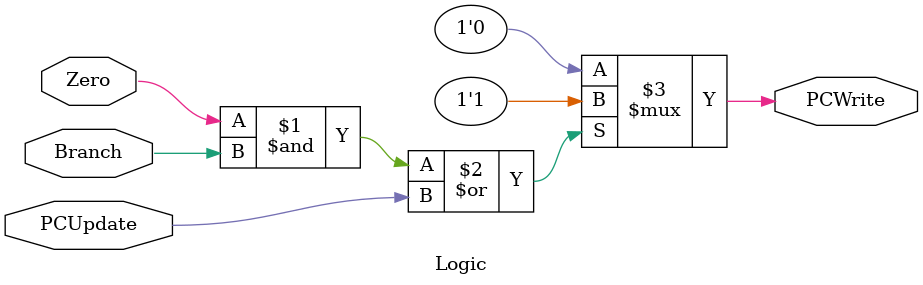
<source format=v>


module Logic  (
    
 input      wire                  Branch,
 input      wire                  Zero,
 input      wire                  PCUpdate,
 output     wire                  PCWrite 
  
);


assign PCWrite = ( ( Zero & Branch) | (PCUpdate) ) ? 1'b1 : 1'b0 ;

endmodule
</source>
